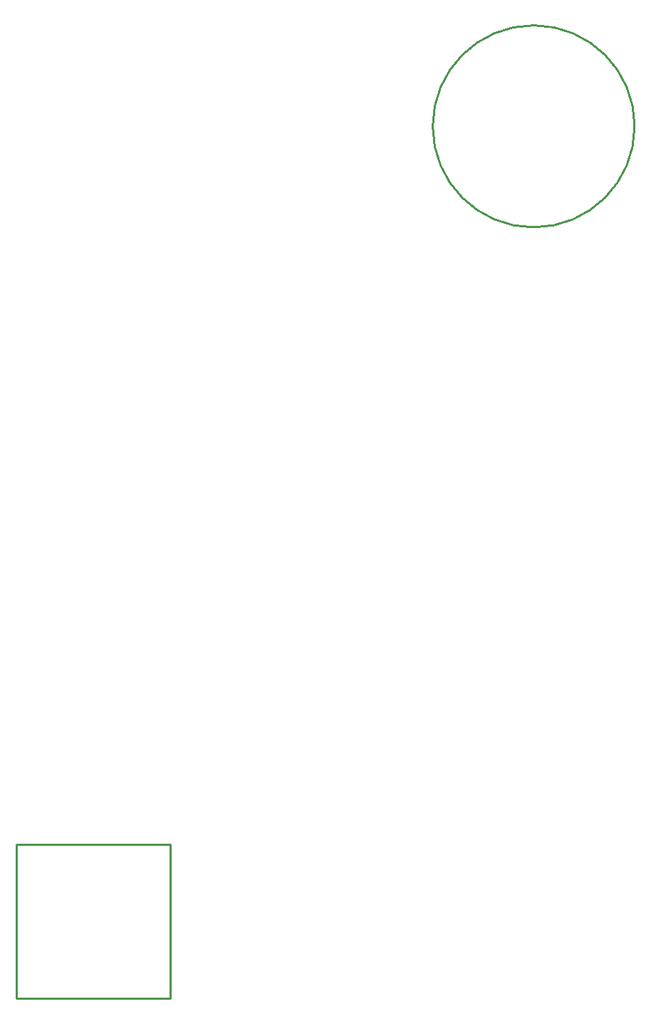
<source format=gbr>
%TF.GenerationSoftware,Altium Limited,Altium Designer,20.1.14 (287)*%
G04 Layer_Color=16711935*
%FSLAX25Y25*%
%MOIN*%
%TF.SameCoordinates,420D9B4C-C7A0-47ED-81AF-82C992674030*%
%TF.FilePolarity,Positive*%
%TF.FileFunction,Other,Mechanical_1*%
%TF.Part,Single*%
G01*
G75*
%TA.AperFunction,NonConductor*%
%ADD62C,0.01000*%
D62*
X420244Y421500D02*
G03*
X420244Y421500I-47244J0D01*
G01*
X203000Y13500D02*
Y85500D01*
X131000D02*
X203000D01*
X131000Y13500D02*
Y85500D01*
Y13500D02*
X203000D01*
%TF.MD5,8f9498b6aba876b25abdd16dd7bc8def*%
M02*

</source>
